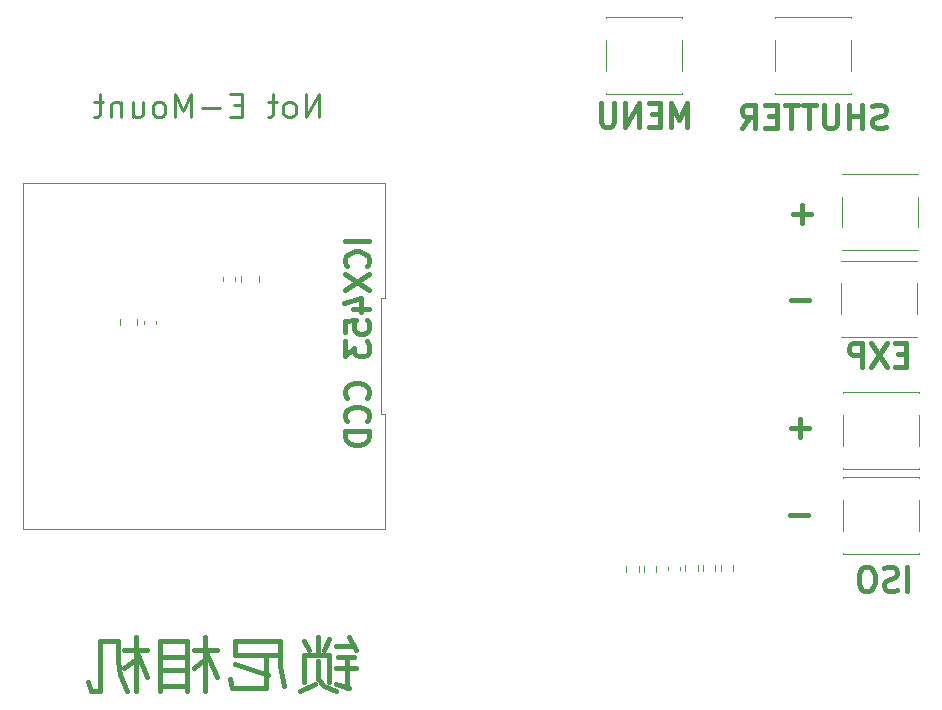
<source format=gbr>
%TF.GenerationSoftware,KiCad,Pcbnew,8.0.9*%
%TF.CreationDate,2025-03-06T21:03:41+08:00*%
%TF.ProjectId,CCD_Sensor_ZYNQ,4343445f-5365-46e7-936f-725f5a594e51,rev?*%
%TF.SameCoordinates,Original*%
%TF.FileFunction,Legend,Bot*%
%TF.FilePolarity,Positive*%
%FSLAX46Y46*%
G04 Gerber Fmt 4.6, Leading zero omitted, Abs format (unit mm)*
G04 Created by KiCad (PCBNEW 8.0.9) date 2025-03-06 21:03:41*
%MOMM*%
%LPD*%
G01*
G04 APERTURE LIST*
%ADD10C,0.400000*%
%ADD11C,0.250000*%
%ADD12C,0.120000*%
G04 APERTURE END LIST*
D10*
X254085652Y-107422533D02*
X252561843Y-107422533D01*
X216934438Y-84289347D02*
X214934438Y-84289347D01*
X216743961Y-86384585D02*
X216839200Y-86289347D01*
X216839200Y-86289347D02*
X216934438Y-86003633D01*
X216934438Y-86003633D02*
X216934438Y-85813157D01*
X216934438Y-85813157D02*
X216839200Y-85527442D01*
X216839200Y-85527442D02*
X216648723Y-85336966D01*
X216648723Y-85336966D02*
X216458247Y-85241728D01*
X216458247Y-85241728D02*
X216077295Y-85146490D01*
X216077295Y-85146490D02*
X215791580Y-85146490D01*
X215791580Y-85146490D02*
X215410628Y-85241728D01*
X215410628Y-85241728D02*
X215220152Y-85336966D01*
X215220152Y-85336966D02*
X215029676Y-85527442D01*
X215029676Y-85527442D02*
X214934438Y-85813157D01*
X214934438Y-85813157D02*
X214934438Y-86003633D01*
X214934438Y-86003633D02*
X215029676Y-86289347D01*
X215029676Y-86289347D02*
X215124914Y-86384585D01*
X214934438Y-87051252D02*
X216934438Y-88384585D01*
X214934438Y-88384585D02*
X216934438Y-87051252D01*
X215601104Y-90003633D02*
X216934438Y-90003633D01*
X214839200Y-89527442D02*
X216267771Y-89051252D01*
X216267771Y-89051252D02*
X216267771Y-90289347D01*
X214934438Y-92003633D02*
X214934438Y-91051252D01*
X214934438Y-91051252D02*
X215886819Y-90956014D01*
X215886819Y-90956014D02*
X215791580Y-91051252D01*
X215791580Y-91051252D02*
X215696342Y-91241728D01*
X215696342Y-91241728D02*
X215696342Y-91717919D01*
X215696342Y-91717919D02*
X215791580Y-91908395D01*
X215791580Y-91908395D02*
X215886819Y-92003633D01*
X215886819Y-92003633D02*
X216077295Y-92098871D01*
X216077295Y-92098871D02*
X216553485Y-92098871D01*
X216553485Y-92098871D02*
X216743961Y-92003633D01*
X216743961Y-92003633D02*
X216839200Y-91908395D01*
X216839200Y-91908395D02*
X216934438Y-91717919D01*
X216934438Y-91717919D02*
X216934438Y-91241728D01*
X216934438Y-91241728D02*
X216839200Y-91051252D01*
X216839200Y-91051252D02*
X216743961Y-90956014D01*
X214934438Y-92765538D02*
X214934438Y-94003633D01*
X214934438Y-94003633D02*
X215696342Y-93336966D01*
X215696342Y-93336966D02*
X215696342Y-93622681D01*
X215696342Y-93622681D02*
X215791580Y-93813157D01*
X215791580Y-93813157D02*
X215886819Y-93908395D01*
X215886819Y-93908395D02*
X216077295Y-94003633D01*
X216077295Y-94003633D02*
X216553485Y-94003633D01*
X216553485Y-94003633D02*
X216743961Y-93908395D01*
X216743961Y-93908395D02*
X216839200Y-93813157D01*
X216839200Y-93813157D02*
X216934438Y-93622681D01*
X216934438Y-93622681D02*
X216934438Y-93051252D01*
X216934438Y-93051252D02*
X216839200Y-92860776D01*
X216839200Y-92860776D02*
X216743961Y-92765538D01*
X216743961Y-97527443D02*
X216839200Y-97432205D01*
X216839200Y-97432205D02*
X216934438Y-97146491D01*
X216934438Y-97146491D02*
X216934438Y-96956015D01*
X216934438Y-96956015D02*
X216839200Y-96670300D01*
X216839200Y-96670300D02*
X216648723Y-96479824D01*
X216648723Y-96479824D02*
X216458247Y-96384586D01*
X216458247Y-96384586D02*
X216077295Y-96289348D01*
X216077295Y-96289348D02*
X215791580Y-96289348D01*
X215791580Y-96289348D02*
X215410628Y-96384586D01*
X215410628Y-96384586D02*
X215220152Y-96479824D01*
X215220152Y-96479824D02*
X215029676Y-96670300D01*
X215029676Y-96670300D02*
X214934438Y-96956015D01*
X214934438Y-96956015D02*
X214934438Y-97146491D01*
X214934438Y-97146491D02*
X215029676Y-97432205D01*
X215029676Y-97432205D02*
X215124914Y-97527443D01*
X216743961Y-99527443D02*
X216839200Y-99432205D01*
X216839200Y-99432205D02*
X216934438Y-99146491D01*
X216934438Y-99146491D02*
X216934438Y-98956015D01*
X216934438Y-98956015D02*
X216839200Y-98670300D01*
X216839200Y-98670300D02*
X216648723Y-98479824D01*
X216648723Y-98479824D02*
X216458247Y-98384586D01*
X216458247Y-98384586D02*
X216077295Y-98289348D01*
X216077295Y-98289348D02*
X215791580Y-98289348D01*
X215791580Y-98289348D02*
X215410628Y-98384586D01*
X215410628Y-98384586D02*
X215220152Y-98479824D01*
X215220152Y-98479824D02*
X215029676Y-98670300D01*
X215029676Y-98670300D02*
X214934438Y-98956015D01*
X214934438Y-98956015D02*
X214934438Y-99146491D01*
X214934438Y-99146491D02*
X215029676Y-99432205D01*
X215029676Y-99432205D02*
X215124914Y-99527443D01*
X216934438Y-100384586D02*
X214934438Y-100384586D01*
X214934438Y-100384586D02*
X214934438Y-100860776D01*
X214934438Y-100860776D02*
X215029676Y-101146491D01*
X215029676Y-101146491D02*
X215220152Y-101336967D01*
X215220152Y-101336967D02*
X215410628Y-101432205D01*
X215410628Y-101432205D02*
X215791580Y-101527443D01*
X215791580Y-101527443D02*
X216077295Y-101527443D01*
X216077295Y-101527443D02*
X216458247Y-101432205D01*
X216458247Y-101432205D02*
X216648723Y-101336967D01*
X216648723Y-101336967D02*
X216839200Y-101146491D01*
X216839200Y-101146491D02*
X216934438Y-100860776D01*
X216934438Y-100860776D02*
X216934438Y-100384586D01*
X262510652Y-113884438D02*
X262510652Y-111884438D01*
X261653509Y-113789200D02*
X261367795Y-113884438D01*
X261367795Y-113884438D02*
X260891604Y-113884438D01*
X260891604Y-113884438D02*
X260701128Y-113789200D01*
X260701128Y-113789200D02*
X260605890Y-113693961D01*
X260605890Y-113693961D02*
X260510652Y-113503485D01*
X260510652Y-113503485D02*
X260510652Y-113313009D01*
X260510652Y-113313009D02*
X260605890Y-113122533D01*
X260605890Y-113122533D02*
X260701128Y-113027295D01*
X260701128Y-113027295D02*
X260891604Y-112932057D01*
X260891604Y-112932057D02*
X261272557Y-112836819D01*
X261272557Y-112836819D02*
X261463033Y-112741580D01*
X261463033Y-112741580D02*
X261558271Y-112646342D01*
X261558271Y-112646342D02*
X261653509Y-112455866D01*
X261653509Y-112455866D02*
X261653509Y-112265390D01*
X261653509Y-112265390D02*
X261558271Y-112074914D01*
X261558271Y-112074914D02*
X261463033Y-111979676D01*
X261463033Y-111979676D02*
X261272557Y-111884438D01*
X261272557Y-111884438D02*
X260796366Y-111884438D01*
X260796366Y-111884438D02*
X260510652Y-111979676D01*
X259272557Y-111884438D02*
X258891604Y-111884438D01*
X258891604Y-111884438D02*
X258701128Y-111979676D01*
X258701128Y-111979676D02*
X258510652Y-112170152D01*
X258510652Y-112170152D02*
X258415414Y-112551104D01*
X258415414Y-112551104D02*
X258415414Y-113217771D01*
X258415414Y-113217771D02*
X258510652Y-113598723D01*
X258510652Y-113598723D02*
X258701128Y-113789200D01*
X258701128Y-113789200D02*
X258891604Y-113884438D01*
X258891604Y-113884438D02*
X259272557Y-113884438D01*
X259272557Y-113884438D02*
X259463033Y-113789200D01*
X259463033Y-113789200D02*
X259653509Y-113598723D01*
X259653509Y-113598723D02*
X259748747Y-113217771D01*
X259748747Y-113217771D02*
X259748747Y-112551104D01*
X259748747Y-112551104D02*
X259653509Y-112170152D01*
X259653509Y-112170152D02*
X259463033Y-111979676D01*
X259463033Y-111979676D02*
X259272557Y-111884438D01*
X215654938Y-118530152D02*
X214131128Y-118530152D01*
X215654938Y-119482533D02*
X214321604Y-119482533D01*
X215845414Y-120434914D02*
X214131128Y-120434914D01*
X215083509Y-119482533D02*
X215083509Y-122149200D01*
X213559700Y-119292057D02*
X213559700Y-121577771D01*
X212607319Y-117768247D02*
X212607319Y-119292057D01*
X213559700Y-119292057D02*
X211464462Y-119292057D01*
X211464462Y-119292057D02*
X211464462Y-121577771D01*
X213559700Y-117958723D02*
X213178747Y-118911104D01*
X212416843Y-121768247D02*
X211083509Y-122339676D01*
X215273985Y-117768247D02*
X215845414Y-118911104D01*
X211464462Y-118149200D02*
X211845414Y-118911104D01*
X214131128Y-121768247D02*
X215273985Y-122149200D01*
X212607319Y-119863485D02*
X212607319Y-121387295D01*
X212607319Y-121387295D02*
X213178747Y-121958723D01*
X213178747Y-121958723D02*
X214131128Y-122339676D01*
X209369223Y-119292057D02*
X205559700Y-119292057D01*
X209369223Y-118149200D02*
X205559700Y-118149200D01*
X205559700Y-118149200D02*
X205559700Y-119101580D01*
X205559700Y-120053961D02*
X208416842Y-121006342D01*
X209369223Y-118149200D02*
X209369223Y-120244438D01*
X209369223Y-120244438D02*
X209750176Y-121958723D01*
X208226366Y-119673009D02*
X208226366Y-122149200D01*
X208226366Y-122149200D02*
X205369223Y-122149200D01*
X205369223Y-122149200D02*
X205178747Y-121387295D01*
X204035890Y-118911104D02*
X202131128Y-118911104D01*
X201559699Y-119482533D02*
X199273985Y-119482533D01*
X201559699Y-120625390D02*
X199273985Y-120625390D01*
X201559699Y-121958723D02*
X199273985Y-121958723D01*
X203083509Y-117768247D02*
X203083509Y-122339676D01*
X201559699Y-118149200D02*
X201559699Y-122339676D01*
X201559699Y-118149200D02*
X199273985Y-118149200D01*
X199273985Y-118149200D02*
X199273985Y-122339676D01*
X203083509Y-119673009D02*
X202131128Y-120434914D01*
X203083509Y-118911104D02*
X204035890Y-121196819D01*
X198131128Y-118911104D02*
X196226366Y-118911104D01*
X194131128Y-122339676D02*
X193369223Y-122339676D01*
X197178747Y-117768247D02*
X197178747Y-122339676D01*
X195654937Y-118149200D02*
X194131128Y-118149200D01*
X194131128Y-118149200D02*
X194131128Y-122339676D01*
X193178747Y-121577771D02*
X193369223Y-122339676D01*
X197178747Y-119673009D02*
X196226366Y-120434914D01*
X197178747Y-118911104D02*
X198131128Y-121196819D01*
X195654937Y-118149200D02*
X195654937Y-119863485D01*
X195654937Y-119863485D02*
X195845414Y-121006342D01*
X195845414Y-121006342D02*
X196416842Y-122339676D01*
X262435652Y-93861819D02*
X261768985Y-93861819D01*
X261483271Y-94909438D02*
X262435652Y-94909438D01*
X262435652Y-94909438D02*
X262435652Y-92909438D01*
X262435652Y-92909438D02*
X261483271Y-92909438D01*
X260816604Y-92909438D02*
X259483271Y-94909438D01*
X259483271Y-92909438D02*
X260816604Y-94909438D01*
X258721366Y-94909438D02*
X258721366Y-92909438D01*
X258721366Y-92909438D02*
X257959461Y-92909438D01*
X257959461Y-92909438D02*
X257768985Y-93004676D01*
X257768985Y-93004676D02*
X257673747Y-93099914D01*
X257673747Y-93099914D02*
X257578509Y-93290390D01*
X257578509Y-93290390D02*
X257578509Y-93576104D01*
X257578509Y-93576104D02*
X257673747Y-93766580D01*
X257673747Y-93766580D02*
X257768985Y-93861819D01*
X257768985Y-93861819D02*
X257959461Y-93957057D01*
X257959461Y-93957057D02*
X258721366Y-93957057D01*
X254210652Y-89272533D02*
X252686843Y-89272533D01*
X254235652Y-100097533D02*
X252711843Y-100097533D01*
X253473747Y-100859438D02*
X253473747Y-99335628D01*
X254360652Y-81947533D02*
X252836843Y-81947533D01*
X253598747Y-82709438D02*
X253598747Y-81185628D01*
X260705890Y-74614200D02*
X260420176Y-74709438D01*
X260420176Y-74709438D02*
X259943985Y-74709438D01*
X259943985Y-74709438D02*
X259753509Y-74614200D01*
X259753509Y-74614200D02*
X259658271Y-74518961D01*
X259658271Y-74518961D02*
X259563033Y-74328485D01*
X259563033Y-74328485D02*
X259563033Y-74138009D01*
X259563033Y-74138009D02*
X259658271Y-73947533D01*
X259658271Y-73947533D02*
X259753509Y-73852295D01*
X259753509Y-73852295D02*
X259943985Y-73757057D01*
X259943985Y-73757057D02*
X260324938Y-73661819D01*
X260324938Y-73661819D02*
X260515414Y-73566580D01*
X260515414Y-73566580D02*
X260610652Y-73471342D01*
X260610652Y-73471342D02*
X260705890Y-73280866D01*
X260705890Y-73280866D02*
X260705890Y-73090390D01*
X260705890Y-73090390D02*
X260610652Y-72899914D01*
X260610652Y-72899914D02*
X260515414Y-72804676D01*
X260515414Y-72804676D02*
X260324938Y-72709438D01*
X260324938Y-72709438D02*
X259848747Y-72709438D01*
X259848747Y-72709438D02*
X259563033Y-72804676D01*
X258705890Y-74709438D02*
X258705890Y-72709438D01*
X258705890Y-73661819D02*
X257563033Y-73661819D01*
X257563033Y-74709438D02*
X257563033Y-72709438D01*
X256610652Y-72709438D02*
X256610652Y-74328485D01*
X256610652Y-74328485D02*
X256515414Y-74518961D01*
X256515414Y-74518961D02*
X256420176Y-74614200D01*
X256420176Y-74614200D02*
X256229700Y-74709438D01*
X256229700Y-74709438D02*
X255848747Y-74709438D01*
X255848747Y-74709438D02*
X255658271Y-74614200D01*
X255658271Y-74614200D02*
X255563033Y-74518961D01*
X255563033Y-74518961D02*
X255467795Y-74328485D01*
X255467795Y-74328485D02*
X255467795Y-72709438D01*
X254801128Y-72709438D02*
X253658271Y-72709438D01*
X254229700Y-74709438D02*
X254229700Y-72709438D01*
X253277318Y-72709438D02*
X252134461Y-72709438D01*
X252705890Y-74709438D02*
X252705890Y-72709438D01*
X251467794Y-73661819D02*
X250801127Y-73661819D01*
X250515413Y-74709438D02*
X251467794Y-74709438D01*
X251467794Y-74709438D02*
X251467794Y-72709438D01*
X251467794Y-72709438D02*
X250515413Y-72709438D01*
X248515413Y-74709438D02*
X249182080Y-73757057D01*
X249658270Y-74709438D02*
X249658270Y-72709438D01*
X249658270Y-72709438D02*
X248896365Y-72709438D01*
X248896365Y-72709438D02*
X248705889Y-72804676D01*
X248705889Y-72804676D02*
X248610651Y-72899914D01*
X248610651Y-72899914D02*
X248515413Y-73090390D01*
X248515413Y-73090390D02*
X248515413Y-73376104D01*
X248515413Y-73376104D02*
X248610651Y-73566580D01*
X248610651Y-73566580D02*
X248705889Y-73661819D01*
X248705889Y-73661819D02*
X248896365Y-73757057D01*
X248896365Y-73757057D02*
X249658270Y-73757057D01*
X243885652Y-74584438D02*
X243885652Y-72584438D01*
X243885652Y-72584438D02*
X243218985Y-74013009D01*
X243218985Y-74013009D02*
X242552319Y-72584438D01*
X242552319Y-72584438D02*
X242552319Y-74584438D01*
X241599938Y-73536819D02*
X240933271Y-73536819D01*
X240647557Y-74584438D02*
X241599938Y-74584438D01*
X241599938Y-74584438D02*
X241599938Y-72584438D01*
X241599938Y-72584438D02*
X240647557Y-72584438D01*
X239790414Y-74584438D02*
X239790414Y-72584438D01*
X239790414Y-72584438D02*
X238647557Y-74584438D01*
X238647557Y-74584438D02*
X238647557Y-72584438D01*
X237695176Y-72584438D02*
X237695176Y-74203485D01*
X237695176Y-74203485D02*
X237599938Y-74393961D01*
X237599938Y-74393961D02*
X237504700Y-74489200D01*
X237504700Y-74489200D02*
X237314224Y-74584438D01*
X237314224Y-74584438D02*
X236933271Y-74584438D01*
X236933271Y-74584438D02*
X236742795Y-74489200D01*
X236742795Y-74489200D02*
X236647557Y-74393961D01*
X236647557Y-74393961D02*
X236552319Y-74203485D01*
X236552319Y-74203485D02*
X236552319Y-72584438D01*
D11*
X212739336Y-73792238D02*
X212739336Y-71792238D01*
X212739336Y-71792238D02*
X211596479Y-73792238D01*
X211596479Y-73792238D02*
X211596479Y-71792238D01*
X210358384Y-73792238D02*
X210548860Y-73697000D01*
X210548860Y-73697000D02*
X210644098Y-73601761D01*
X210644098Y-73601761D02*
X210739336Y-73411285D01*
X210739336Y-73411285D02*
X210739336Y-72839857D01*
X210739336Y-72839857D02*
X210644098Y-72649380D01*
X210644098Y-72649380D02*
X210548860Y-72554142D01*
X210548860Y-72554142D02*
X210358384Y-72458904D01*
X210358384Y-72458904D02*
X210072669Y-72458904D01*
X210072669Y-72458904D02*
X209882193Y-72554142D01*
X209882193Y-72554142D02*
X209786955Y-72649380D01*
X209786955Y-72649380D02*
X209691717Y-72839857D01*
X209691717Y-72839857D02*
X209691717Y-73411285D01*
X209691717Y-73411285D02*
X209786955Y-73601761D01*
X209786955Y-73601761D02*
X209882193Y-73697000D01*
X209882193Y-73697000D02*
X210072669Y-73792238D01*
X210072669Y-73792238D02*
X210358384Y-73792238D01*
X209120288Y-72458904D02*
X208358384Y-72458904D01*
X208834574Y-71792238D02*
X208834574Y-73506523D01*
X208834574Y-73506523D02*
X208739336Y-73697000D01*
X208739336Y-73697000D02*
X208548860Y-73792238D01*
X208548860Y-73792238D02*
X208358384Y-73792238D01*
X206167907Y-72744619D02*
X205501240Y-72744619D01*
X205215526Y-73792238D02*
X206167907Y-73792238D01*
X206167907Y-73792238D02*
X206167907Y-71792238D01*
X206167907Y-71792238D02*
X205215526Y-71792238D01*
X204358383Y-73030333D02*
X202834574Y-73030333D01*
X201882193Y-73792238D02*
X201882193Y-71792238D01*
X201882193Y-71792238D02*
X201215526Y-73220809D01*
X201215526Y-73220809D02*
X200548860Y-71792238D01*
X200548860Y-71792238D02*
X200548860Y-73792238D01*
X199310765Y-73792238D02*
X199501241Y-73697000D01*
X199501241Y-73697000D02*
X199596479Y-73601761D01*
X199596479Y-73601761D02*
X199691717Y-73411285D01*
X199691717Y-73411285D02*
X199691717Y-72839857D01*
X199691717Y-72839857D02*
X199596479Y-72649380D01*
X199596479Y-72649380D02*
X199501241Y-72554142D01*
X199501241Y-72554142D02*
X199310765Y-72458904D01*
X199310765Y-72458904D02*
X199025050Y-72458904D01*
X199025050Y-72458904D02*
X198834574Y-72554142D01*
X198834574Y-72554142D02*
X198739336Y-72649380D01*
X198739336Y-72649380D02*
X198644098Y-72839857D01*
X198644098Y-72839857D02*
X198644098Y-73411285D01*
X198644098Y-73411285D02*
X198739336Y-73601761D01*
X198739336Y-73601761D02*
X198834574Y-73697000D01*
X198834574Y-73697000D02*
X199025050Y-73792238D01*
X199025050Y-73792238D02*
X199310765Y-73792238D01*
X196929812Y-72458904D02*
X196929812Y-73792238D01*
X197786955Y-72458904D02*
X197786955Y-73506523D01*
X197786955Y-73506523D02*
X197691717Y-73697000D01*
X197691717Y-73697000D02*
X197501241Y-73792238D01*
X197501241Y-73792238D02*
X197215526Y-73792238D01*
X197215526Y-73792238D02*
X197025050Y-73697000D01*
X197025050Y-73697000D02*
X196929812Y-73601761D01*
X195977431Y-72458904D02*
X195977431Y-73792238D01*
X195977431Y-72649380D02*
X195882193Y-72554142D01*
X195882193Y-72554142D02*
X195691717Y-72458904D01*
X195691717Y-72458904D02*
X195406002Y-72458904D01*
X195406002Y-72458904D02*
X195215526Y-72554142D01*
X195215526Y-72554142D02*
X195120288Y-72744619D01*
X195120288Y-72744619D02*
X195120288Y-73792238D01*
X194453621Y-72458904D02*
X193691717Y-72458904D01*
X194167907Y-71792238D02*
X194167907Y-73506523D01*
X194167907Y-73506523D02*
X194072669Y-73697000D01*
X194072669Y-73697000D02*
X193882193Y-73792238D01*
X193882193Y-73792238D02*
X193691717Y-73792238D01*
D12*
%TO.C,SW3*%
X256920000Y-85920000D02*
X263380000Y-85920000D01*
X256920000Y-85950000D02*
X256920000Y-85920000D01*
X256920000Y-90450000D02*
X256920000Y-87850000D01*
X256920000Y-92350000D02*
X256920000Y-92380000D01*
X256920000Y-92380000D02*
X263380000Y-92380000D01*
X263380000Y-85920000D02*
X263380000Y-85950000D01*
X263380000Y-90450000D02*
X263380000Y-87850000D01*
X263380000Y-92350000D02*
X263380000Y-92380000D01*
%TO.C,C27*%
X204548280Y-87644035D02*
X204548280Y-87351501D01*
X205568280Y-87644035D02*
X205568280Y-87351501D01*
%TO.C,R10*%
X238727500Y-111787742D02*
X238727500Y-112262258D01*
X239772500Y-111787742D02*
X239772500Y-112262258D01*
%TO.C,R5*%
X246727500Y-111687742D02*
X246727500Y-112162258D01*
X247772500Y-111687742D02*
X247772500Y-112162258D01*
%TO.C,SW5*%
X257090000Y-104270000D02*
X263550000Y-104270000D01*
X257090000Y-104300000D02*
X257090000Y-104270000D01*
X257090000Y-108800000D02*
X257090000Y-106200000D01*
X257090000Y-110700000D02*
X257090000Y-110730000D01*
X257090000Y-110730000D02*
X263550000Y-110730000D01*
X263550000Y-104270000D02*
X263550000Y-104300000D01*
X263550000Y-108800000D02*
X263550000Y-106200000D01*
X263550000Y-110700000D02*
X263550000Y-110730000D01*
%TO.C,R22*%
X240227500Y-111787742D02*
X240227500Y-112262258D01*
X241272500Y-111787742D02*
X241272500Y-112262258D01*
%TO.C,C28*%
X206123280Y-87771520D02*
X206123280Y-87249016D01*
X207593280Y-87771520D02*
X207593280Y-87249016D01*
%TO.C,R12*%
X243727500Y-111687742D02*
X243727500Y-112162258D01*
X244772500Y-111687742D02*
X244772500Y-112162258D01*
%TO.C,SW4*%
X257070000Y-97070000D02*
X263530000Y-97070000D01*
X257070000Y-97100000D02*
X257070000Y-97070000D01*
X257070000Y-101600000D02*
X257070000Y-99000000D01*
X257070000Y-103500000D02*
X257070000Y-103530000D01*
X257070000Y-103530000D02*
X263530000Y-103530000D01*
X263530000Y-97070000D02*
X263530000Y-97100000D01*
X263530000Y-101600000D02*
X263530000Y-99000000D01*
X263530000Y-103500000D02*
X263530000Y-103530000D01*
%TO.C,R8*%
X245227500Y-111687742D02*
X245227500Y-112162258D01*
X246272500Y-111687742D02*
X246272500Y-112162258D01*
%TO.C,SW6*%
X237020000Y-65320000D02*
X243480000Y-65320000D01*
X237020000Y-65350000D02*
X237020000Y-65320000D01*
X237020000Y-69850000D02*
X237020000Y-67250000D01*
X237020000Y-71750000D02*
X237020000Y-71780000D01*
X237020000Y-71780000D02*
X243480000Y-71780000D01*
X243480000Y-65320000D02*
X243480000Y-65350000D01*
X243480000Y-69850000D02*
X243480000Y-67250000D01*
X243480000Y-71750000D02*
X243480000Y-71780000D01*
%TO.C,SW1*%
X251320000Y-65320000D02*
X257780000Y-65320000D01*
X251320000Y-65350000D02*
X251320000Y-65320000D01*
X251320000Y-69850000D02*
X251320000Y-67250000D01*
X251320000Y-71750000D02*
X251320000Y-71780000D01*
X251320000Y-71780000D02*
X257780000Y-71780000D01*
X257780000Y-65320000D02*
X257780000Y-65350000D01*
X257780000Y-69850000D02*
X257780000Y-67250000D01*
X257780000Y-71750000D02*
X257780000Y-71780000D01*
%TO.C,C14*%
X195823280Y-91409020D02*
X195823280Y-90886516D01*
X197293280Y-91409020D02*
X197293280Y-90886516D01*
%TO.C,C41*%
X242240000Y-111834420D02*
X242240000Y-112115580D01*
X243260000Y-111834420D02*
X243260000Y-112115580D01*
%TO.C,SW2*%
X256970000Y-78570000D02*
X263430000Y-78570000D01*
X256970000Y-78600000D02*
X256970000Y-78570000D01*
X256970000Y-83100000D02*
X256970000Y-80500000D01*
X256970000Y-85000000D02*
X256970000Y-85030000D01*
X256970000Y-85030000D02*
X263430000Y-85030000D01*
X263430000Y-78570000D02*
X263430000Y-78600000D01*
X263430000Y-83100000D02*
X263430000Y-80500000D01*
X263430000Y-85000000D02*
X263430000Y-85030000D01*
%TO.C,ICX1*%
X187665523Y-79377147D02*
X187665523Y-108627146D01*
X187665523Y-108627146D02*
X218313523Y-108627145D01*
X217953523Y-89127146D02*
X218313523Y-89127146D01*
X217953523Y-98877145D02*
X217953523Y-89127146D01*
X218313523Y-79377146D02*
X187665523Y-79377147D01*
X218313523Y-89127146D02*
X218313523Y-79377146D01*
X218313523Y-98877145D02*
X217953523Y-98877145D01*
X218313523Y-108627145D02*
X218313523Y-98877145D01*
%TO.C,C13*%
X197898280Y-91294035D02*
X197898280Y-91001501D01*
X198918280Y-91294035D02*
X198918280Y-91001501D01*
%TD*%
M02*

</source>
